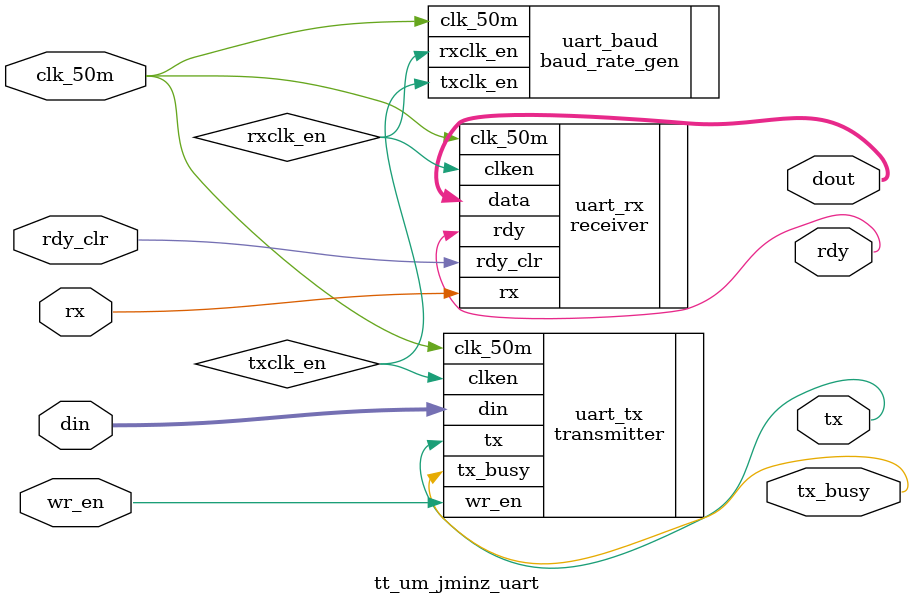
<source format=v>
module tt_um_jminz_uart(input wire [7:0] din,
	    input wire wr_en,
	    input wire clk_50m,
	    output wire tx,
	    output wire tx_busy,
	    input wire rx,
	    output wire rdy,
	    input wire rdy_clr,
	    output wire [7:0] dout);

wire rxclk_en, txclk_en;

baud_rate_gen uart_baud(.clk_50m(clk_50m),
			.rxclk_en(rxclk_en),
			.txclk_en(txclk_en));
transmitter uart_tx(.din(din),
		    .wr_en(wr_en),
		    .clk_50m(clk_50m),
		    .clken(txclk_en),
		    .tx(tx),
		    .tx_busy(tx_busy));
receiver uart_rx(.rx(rx),
		 .rdy(rdy),
		 .rdy_clr(rdy_clr),
		 .clk_50m(clk_50m),
		 .clken(rxclk_en),
		 .data(dout));

endmodule

</source>
